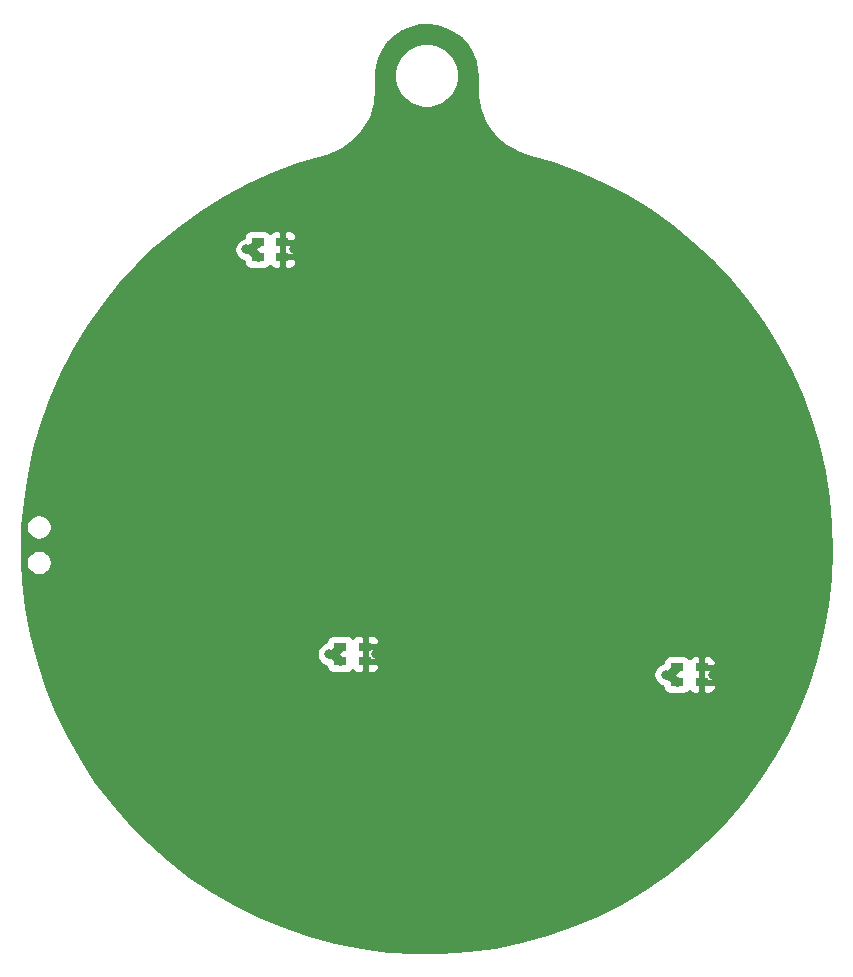
<source format=gbr>
%TF.GenerationSoftware,KiCad,Pcbnew,(5.1.10)-1*%
%TF.CreationDate,2021-10-20T07:51:27+02:00*%
%TF.ProjectId,TVZ_kuglica,54565a5f-6b75-4676-9c69-63612e6b6963,rev?*%
%TF.SameCoordinates,Original*%
%TF.FileFunction,Copper,L1,Top*%
%TF.FilePolarity,Positive*%
%FSLAX46Y46*%
G04 Gerber Fmt 4.6, Leading zero omitted, Abs format (unit mm)*
G04 Created by KiCad (PCBNEW (5.1.10)-1) date 2021-10-20 07:51:27*
%MOMM*%
%LPD*%
G01*
G04 APERTURE LIST*
%TA.AperFunction,SMDPad,CuDef*%
%ADD10R,1.100000X0.750000*%
%TD*%
%TA.AperFunction,ViaPad*%
%ADD11C,0.800000*%
%TD*%
%TA.AperFunction,Conductor*%
%ADD12C,0.762000*%
%TD*%
%TA.AperFunction,Conductor*%
%ADD13C,0.254000*%
%TD*%
%TA.AperFunction,Conductor*%
%ADD14C,0.100000*%
%TD*%
G04 APERTURE END LIST*
D10*
%TO.P,D4,2*%
%TO.N,GND*%
X131800000Y-109625000D03*
%TO.P,D4,1*%
%TO.N,Net-(D4-Pad1)*%
X129700000Y-109625000D03*
%TO.P,D4,2*%
%TO.N,GND*%
X131800000Y-108375000D03*
%TO.P,D4,1*%
%TO.N,Net-(D4-Pad1)*%
X129700000Y-108375000D03*
%TD*%
%TO.P,D8,2*%
%TO.N,GND*%
X160300000Y-111375000D03*
%TO.P,D8,1*%
%TO.N,Net-(D8-Pad1)*%
X158200000Y-111375000D03*
%TO.P,D8,2*%
%TO.N,GND*%
X160300000Y-110125000D03*
%TO.P,D8,1*%
%TO.N,Net-(D8-Pad1)*%
X158200000Y-110125000D03*
%TD*%
%TO.P,D3,1*%
%TO.N,Net-(D3-Pad1)*%
X122700000Y-74125000D03*
%TO.P,D3,2*%
%TO.N,GND*%
X124800000Y-74125000D03*
%TO.P,D3,1*%
%TO.N,Net-(D3-Pad1)*%
X122700000Y-75375000D03*
%TO.P,D3,2*%
%TO.N,GND*%
X124800000Y-75375000D03*
%TD*%
D11*
%TO.N,GND*%
X140000000Y-74000000D03*
X119500000Y-80000000D03*
X106500000Y-87750000D03*
X120000000Y-90000000D03*
X127000000Y-101500000D03*
X146750000Y-104250000D03*
X166250000Y-107000000D03*
X157500000Y-91250000D03*
X151500000Y-115750000D03*
X113250000Y-115000000D03*
X119000000Y-106500000D03*
X121250000Y-125250000D03*
X132750000Y-124750000D03*
X139500000Y-131500000D03*
X153750000Y-125500000D03*
X160750000Y-80250000D03*
X125750000Y-74750000D03*
X132750000Y-109000000D03*
X161250000Y-110750000D03*
%TO.N,Net-(D3-Pad1)*%
X121750000Y-74750000D03*
%TO.N,Net-(D4-Pad1)*%
X128750000Y-109000000D03*
%TO.N,Net-(D8-Pad1)*%
X157250000Y-110750000D03*
%TD*%
D12*
%TO.N,Net-(D3-Pad1)*%
X122075000Y-74750000D02*
X122700000Y-74125000D01*
X122075000Y-74750000D02*
X122700000Y-75375000D01*
X121750000Y-74750000D02*
X122075000Y-74750000D01*
%TO.N,Net-(D4-Pad1)*%
X129075000Y-109000000D02*
X129700000Y-108375000D01*
X129075000Y-109000000D02*
X129700000Y-109625000D01*
X128750000Y-109000000D02*
X129075000Y-109000000D01*
%TO.N,Net-(D8-Pad1)*%
X157575000Y-110750000D02*
X158200000Y-110125000D01*
X157575000Y-110750000D02*
X158200000Y-111375000D01*
X157250000Y-110750000D02*
X157575000Y-110750000D01*
%TD*%
D13*
%TO.N,GND*%
X137886138Y-55831059D02*
X138610388Y-56053867D01*
X139283738Y-56401409D01*
X139884901Y-56862699D01*
X140394872Y-57423149D01*
X140797540Y-58065057D01*
X141080170Y-58768122D01*
X141236190Y-59521513D01*
X141265000Y-60021169D01*
X141265001Y-61306272D01*
X141266298Y-61319440D01*
X141278413Y-61656049D01*
X141278863Y-61659632D01*
X141278707Y-61663242D01*
X141287438Y-61747410D01*
X141429908Y-62624862D01*
X141435629Y-62647269D01*
X141438736Y-62670183D01*
X141462234Y-62751474D01*
X141757835Y-63589830D01*
X141767433Y-63610870D01*
X141774549Y-63632871D01*
X141812059Y-63708691D01*
X141812071Y-63708717D01*
X141812077Y-63708725D01*
X142251461Y-64481476D01*
X142264630Y-64500478D01*
X142275533Y-64520879D01*
X142325894Y-64588881D01*
X142895182Y-65271616D01*
X142911512Y-65287990D01*
X142925851Y-65306132D01*
X142987458Y-65364142D01*
X143668651Y-65935276D01*
X143687625Y-65948502D01*
X143704950Y-65963817D01*
X143775855Y-66010000D01*
X144547423Y-66451478D01*
X144568436Y-66461133D01*
X144588200Y-66473139D01*
X144666163Y-66506036D01*
X145503715Y-66803905D01*
X145508021Y-66805017D01*
X145525587Y-66811299D01*
X145542755Y-66816572D01*
X147746053Y-67464098D01*
X149878711Y-68247813D01*
X151954729Y-69171140D01*
X153965017Y-70230036D01*
X155900673Y-71419812D01*
X157753239Y-72735268D01*
X159514561Y-74170616D01*
X161176886Y-75719540D01*
X162732884Y-77375207D01*
X164175738Y-79130360D01*
X165499106Y-80977290D01*
X166697162Y-82907865D01*
X167764630Y-84913581D01*
X168696830Y-86985643D01*
X169489658Y-89114933D01*
X170139624Y-91292080D01*
X170643873Y-93507517D01*
X171000188Y-95751501D01*
X171207004Y-98014175D01*
X171263407Y-100285560D01*
X171169153Y-102555700D01*
X170924654Y-104814605D01*
X170530986Y-107052337D01*
X169989882Y-109259064D01*
X169303718Y-111425077D01*
X168475512Y-113540851D01*
X167508906Y-115597090D01*
X166408155Y-117584736D01*
X165178083Y-119495080D01*
X163824120Y-121319689D01*
X162352204Y-123050560D01*
X160768823Y-124680064D01*
X159080926Y-126201055D01*
X157295931Y-127606843D01*
X155421695Y-128891239D01*
X153466456Y-130048599D01*
X151438820Y-131073832D01*
X149347702Y-131962428D01*
X147202263Y-132710493D01*
X145011999Y-133314718D01*
X142786467Y-133772464D01*
X140535523Y-134081705D01*
X138269022Y-134241089D01*
X135996953Y-134249911D01*
X133729262Y-134108134D01*
X131475992Y-133816385D01*
X129246983Y-133375938D01*
X127052076Y-132788738D01*
X124900917Y-132057366D01*
X122802939Y-131185029D01*
X120767401Y-130175574D01*
X118803237Y-129033435D01*
X116919085Y-127763634D01*
X115123223Y-126371749D01*
X113423564Y-124863914D01*
X111827572Y-123246751D01*
X110342263Y-121527368D01*
X108974171Y-119713331D01*
X107729304Y-117812605D01*
X106613144Y-115833557D01*
X105630601Y-113784897D01*
X104785986Y-111675609D01*
X104451670Y-110648061D01*
X156215000Y-110648061D01*
X156215000Y-110851939D01*
X156254774Y-111051898D01*
X156332795Y-111240256D01*
X156446063Y-111409774D01*
X156590226Y-111553937D01*
X156759744Y-111667205D01*
X156948102Y-111745226D01*
X157012724Y-111758080D01*
X157024188Y-111874482D01*
X157060498Y-111994180D01*
X157119463Y-112104494D01*
X157198815Y-112201185D01*
X157295506Y-112280537D01*
X157405820Y-112339502D01*
X157525518Y-112375812D01*
X157650000Y-112388072D01*
X158120375Y-112388072D01*
X158199999Y-112395914D01*
X158279623Y-112388072D01*
X158750000Y-112388072D01*
X158874482Y-112375812D01*
X158994180Y-112339502D01*
X159104494Y-112280537D01*
X159201185Y-112201185D01*
X159250000Y-112141704D01*
X159298815Y-112201185D01*
X159395506Y-112280537D01*
X159505820Y-112339502D01*
X159625518Y-112375812D01*
X159750000Y-112388072D01*
X160014250Y-112385000D01*
X160173000Y-112226250D01*
X160173000Y-111502000D01*
X160427000Y-111502000D01*
X160427000Y-112226250D01*
X160585750Y-112385000D01*
X160850000Y-112388072D01*
X160974482Y-112375812D01*
X161094180Y-112339502D01*
X161204494Y-112280537D01*
X161301185Y-112201185D01*
X161380537Y-112104494D01*
X161439502Y-111994180D01*
X161475812Y-111874482D01*
X161488072Y-111750000D01*
X161485000Y-111660750D01*
X161326250Y-111502000D01*
X160427000Y-111502000D01*
X160173000Y-111502000D01*
X160153000Y-111502000D01*
X160153000Y-111248000D01*
X160173000Y-111248000D01*
X160173000Y-110252000D01*
X160427000Y-110252000D01*
X160427000Y-111248000D01*
X161326250Y-111248000D01*
X161485000Y-111089250D01*
X161488072Y-111000000D01*
X161475812Y-110875518D01*
X161439502Y-110755820D01*
X161436391Y-110750000D01*
X161439502Y-110744180D01*
X161475812Y-110624482D01*
X161488072Y-110500000D01*
X161485000Y-110410750D01*
X161326250Y-110252000D01*
X160427000Y-110252000D01*
X160173000Y-110252000D01*
X160153000Y-110252000D01*
X160153000Y-109998000D01*
X160173000Y-109998000D01*
X160173000Y-109273750D01*
X160427000Y-109273750D01*
X160427000Y-109998000D01*
X161326250Y-109998000D01*
X161485000Y-109839250D01*
X161488072Y-109750000D01*
X161475812Y-109625518D01*
X161439502Y-109505820D01*
X161380537Y-109395506D01*
X161301185Y-109298815D01*
X161204494Y-109219463D01*
X161094180Y-109160498D01*
X160974482Y-109124188D01*
X160850000Y-109111928D01*
X160585750Y-109115000D01*
X160427000Y-109273750D01*
X160173000Y-109273750D01*
X160014250Y-109115000D01*
X159750000Y-109111928D01*
X159625518Y-109124188D01*
X159505820Y-109160498D01*
X159395506Y-109219463D01*
X159298815Y-109298815D01*
X159250000Y-109358296D01*
X159201185Y-109298815D01*
X159104494Y-109219463D01*
X158994180Y-109160498D01*
X158874482Y-109124188D01*
X158750000Y-109111928D01*
X158279623Y-109111928D01*
X158199999Y-109104086D01*
X158120375Y-109111928D01*
X157650000Y-109111928D01*
X157525518Y-109124188D01*
X157405820Y-109160498D01*
X157295506Y-109219463D01*
X157198815Y-109298815D01*
X157119463Y-109395506D01*
X157060498Y-109505820D01*
X157024188Y-109625518D01*
X157012724Y-109741920D01*
X156948102Y-109754774D01*
X156759744Y-109832795D01*
X156590226Y-109946063D01*
X156446063Y-110090226D01*
X156332795Y-110259744D01*
X156254774Y-110448102D01*
X156215000Y-110648061D01*
X104451670Y-110648061D01*
X104083026Y-109515005D01*
X103926658Y-108898061D01*
X127715000Y-108898061D01*
X127715000Y-109101939D01*
X127754774Y-109301898D01*
X127832795Y-109490256D01*
X127946063Y-109659774D01*
X128090226Y-109803937D01*
X128259744Y-109917205D01*
X128448102Y-109995226D01*
X128512724Y-110008080D01*
X128524188Y-110124482D01*
X128560498Y-110244180D01*
X128619463Y-110354494D01*
X128698815Y-110451185D01*
X128795506Y-110530537D01*
X128905820Y-110589502D01*
X129025518Y-110625812D01*
X129150000Y-110638072D01*
X129620375Y-110638072D01*
X129699999Y-110645914D01*
X129779623Y-110638072D01*
X130250000Y-110638072D01*
X130374482Y-110625812D01*
X130494180Y-110589502D01*
X130604494Y-110530537D01*
X130701185Y-110451185D01*
X130750000Y-110391704D01*
X130798815Y-110451185D01*
X130895506Y-110530537D01*
X131005820Y-110589502D01*
X131125518Y-110625812D01*
X131250000Y-110638072D01*
X131514250Y-110635000D01*
X131673000Y-110476250D01*
X131673000Y-109752000D01*
X131927000Y-109752000D01*
X131927000Y-110476250D01*
X132085750Y-110635000D01*
X132350000Y-110638072D01*
X132474482Y-110625812D01*
X132594180Y-110589502D01*
X132704494Y-110530537D01*
X132801185Y-110451185D01*
X132880537Y-110354494D01*
X132939502Y-110244180D01*
X132975812Y-110124482D01*
X132988072Y-110000000D01*
X132985000Y-109910750D01*
X132826250Y-109752000D01*
X131927000Y-109752000D01*
X131673000Y-109752000D01*
X131653000Y-109752000D01*
X131653000Y-109498000D01*
X131673000Y-109498000D01*
X131673000Y-108502000D01*
X131927000Y-108502000D01*
X131927000Y-109498000D01*
X132826250Y-109498000D01*
X132985000Y-109339250D01*
X132988072Y-109250000D01*
X132975812Y-109125518D01*
X132939502Y-109005820D01*
X132936391Y-109000000D01*
X132939502Y-108994180D01*
X132975812Y-108874482D01*
X132988072Y-108750000D01*
X132985000Y-108660750D01*
X132826250Y-108502000D01*
X131927000Y-108502000D01*
X131673000Y-108502000D01*
X131653000Y-108502000D01*
X131653000Y-108248000D01*
X131673000Y-108248000D01*
X131673000Y-107523750D01*
X131927000Y-107523750D01*
X131927000Y-108248000D01*
X132826250Y-108248000D01*
X132985000Y-108089250D01*
X132988072Y-108000000D01*
X132975812Y-107875518D01*
X132939502Y-107755820D01*
X132880537Y-107645506D01*
X132801185Y-107548815D01*
X132704494Y-107469463D01*
X132594180Y-107410498D01*
X132474482Y-107374188D01*
X132350000Y-107361928D01*
X132085750Y-107365000D01*
X131927000Y-107523750D01*
X131673000Y-107523750D01*
X131514250Y-107365000D01*
X131250000Y-107361928D01*
X131125518Y-107374188D01*
X131005820Y-107410498D01*
X130895506Y-107469463D01*
X130798815Y-107548815D01*
X130750000Y-107608296D01*
X130701185Y-107548815D01*
X130604494Y-107469463D01*
X130494180Y-107410498D01*
X130374482Y-107374188D01*
X130250000Y-107361928D01*
X129779623Y-107361928D01*
X129699999Y-107354086D01*
X129620375Y-107361928D01*
X129150000Y-107361928D01*
X129025518Y-107374188D01*
X128905820Y-107410498D01*
X128795506Y-107469463D01*
X128698815Y-107548815D01*
X128619463Y-107645506D01*
X128560498Y-107755820D01*
X128524188Y-107875518D01*
X128512724Y-107991920D01*
X128448102Y-108004774D01*
X128259744Y-108082795D01*
X128090226Y-108196063D01*
X127946063Y-108340226D01*
X127832795Y-108509744D01*
X127754774Y-108698102D01*
X127715000Y-108898061D01*
X103926658Y-108898061D01*
X103524797Y-107312547D01*
X103113763Y-105077935D01*
X102851726Y-102820985D01*
X102769006Y-101143137D01*
X103085000Y-101143137D01*
X103085000Y-101356863D01*
X103126696Y-101566483D01*
X103208485Y-101763940D01*
X103327225Y-101941647D01*
X103478353Y-102092775D01*
X103656060Y-102211515D01*
X103853517Y-102293304D01*
X104063137Y-102335000D01*
X104276863Y-102335000D01*
X104486483Y-102293304D01*
X104683940Y-102211515D01*
X104861647Y-102092775D01*
X105012775Y-101941647D01*
X105131515Y-101763940D01*
X105213304Y-101566483D01*
X105255000Y-101356863D01*
X105255000Y-101143137D01*
X105213304Y-100933517D01*
X105131515Y-100736060D01*
X105012775Y-100558353D01*
X104861647Y-100407225D01*
X104683940Y-100288485D01*
X104486483Y-100206696D01*
X104276863Y-100165000D01*
X104063137Y-100165000D01*
X103853517Y-100206696D01*
X103656060Y-100288485D01*
X103478353Y-100407225D01*
X103327225Y-100558353D01*
X103208485Y-100736060D01*
X103126696Y-100933517D01*
X103085000Y-101143137D01*
X102769006Y-101143137D01*
X102739845Y-100551658D01*
X102778607Y-98279882D01*
X102790035Y-98143137D01*
X103085000Y-98143137D01*
X103085000Y-98356863D01*
X103126696Y-98566483D01*
X103208485Y-98763940D01*
X103327225Y-98941647D01*
X103478353Y-99092775D01*
X103656060Y-99211515D01*
X103853517Y-99293304D01*
X104063137Y-99335000D01*
X104276863Y-99335000D01*
X104486483Y-99293304D01*
X104683940Y-99211515D01*
X104861647Y-99092775D01*
X105012775Y-98941647D01*
X105131515Y-98763940D01*
X105213304Y-98566483D01*
X105255000Y-98356863D01*
X105255000Y-98143137D01*
X105213304Y-97933517D01*
X105131515Y-97736060D01*
X105012775Y-97558353D01*
X104861647Y-97407225D01*
X104683940Y-97288485D01*
X104486483Y-97206696D01*
X104276863Y-97165000D01*
X104063137Y-97165000D01*
X103853517Y-97206696D01*
X103656060Y-97288485D01*
X103478353Y-97407225D01*
X103327225Y-97558353D01*
X103208485Y-97736060D01*
X103126696Y-97933517D01*
X103085000Y-98143137D01*
X102790035Y-98143137D01*
X102967842Y-96015687D01*
X103306719Y-93768999D01*
X103793749Y-91549706D01*
X104426782Y-89367594D01*
X105203052Y-87232203D01*
X106119133Y-85152960D01*
X107170992Y-83139015D01*
X108354015Y-81199200D01*
X109663000Y-79342048D01*
X111092189Y-77575730D01*
X112635284Y-75908027D01*
X113966613Y-74648061D01*
X120715000Y-74648061D01*
X120715000Y-74851939D01*
X120754774Y-75051898D01*
X120832795Y-75240256D01*
X120946063Y-75409774D01*
X121090226Y-75553937D01*
X121259744Y-75667205D01*
X121448102Y-75745226D01*
X121512724Y-75758080D01*
X121524188Y-75874482D01*
X121560498Y-75994180D01*
X121619463Y-76104494D01*
X121698815Y-76201185D01*
X121795506Y-76280537D01*
X121905820Y-76339502D01*
X122025518Y-76375812D01*
X122150000Y-76388072D01*
X122620375Y-76388072D01*
X122699999Y-76395914D01*
X122779623Y-76388072D01*
X123250000Y-76388072D01*
X123374482Y-76375812D01*
X123494180Y-76339502D01*
X123604494Y-76280537D01*
X123701185Y-76201185D01*
X123750000Y-76141704D01*
X123798815Y-76201185D01*
X123895506Y-76280537D01*
X124005820Y-76339502D01*
X124125518Y-76375812D01*
X124250000Y-76388072D01*
X124514250Y-76385000D01*
X124673000Y-76226250D01*
X124673000Y-75502000D01*
X124927000Y-75502000D01*
X124927000Y-76226250D01*
X125085750Y-76385000D01*
X125350000Y-76388072D01*
X125474482Y-76375812D01*
X125594180Y-76339502D01*
X125704494Y-76280537D01*
X125801185Y-76201185D01*
X125880537Y-76104494D01*
X125939502Y-75994180D01*
X125975812Y-75874482D01*
X125988072Y-75750000D01*
X125985000Y-75660750D01*
X125826250Y-75502000D01*
X124927000Y-75502000D01*
X124673000Y-75502000D01*
X124653000Y-75502000D01*
X124653000Y-75248000D01*
X124673000Y-75248000D01*
X124673000Y-74252000D01*
X124927000Y-74252000D01*
X124927000Y-75248000D01*
X125826250Y-75248000D01*
X125985000Y-75089250D01*
X125988072Y-75000000D01*
X125975812Y-74875518D01*
X125939502Y-74755820D01*
X125936391Y-74750000D01*
X125939502Y-74744180D01*
X125975812Y-74624482D01*
X125988072Y-74500000D01*
X125985000Y-74410750D01*
X125826250Y-74252000D01*
X124927000Y-74252000D01*
X124673000Y-74252000D01*
X124653000Y-74252000D01*
X124653000Y-73998000D01*
X124673000Y-73998000D01*
X124673000Y-73273750D01*
X124927000Y-73273750D01*
X124927000Y-73998000D01*
X125826250Y-73998000D01*
X125985000Y-73839250D01*
X125988072Y-73750000D01*
X125975812Y-73625518D01*
X125939502Y-73505820D01*
X125880537Y-73395506D01*
X125801185Y-73298815D01*
X125704494Y-73219463D01*
X125594180Y-73160498D01*
X125474482Y-73124188D01*
X125350000Y-73111928D01*
X125085750Y-73115000D01*
X124927000Y-73273750D01*
X124673000Y-73273750D01*
X124514250Y-73115000D01*
X124250000Y-73111928D01*
X124125518Y-73124188D01*
X124005820Y-73160498D01*
X123895506Y-73219463D01*
X123798815Y-73298815D01*
X123750000Y-73358296D01*
X123701185Y-73298815D01*
X123604494Y-73219463D01*
X123494180Y-73160498D01*
X123374482Y-73124188D01*
X123250000Y-73111928D01*
X122779623Y-73111928D01*
X122699999Y-73104086D01*
X122620375Y-73111928D01*
X122150000Y-73111928D01*
X122025518Y-73124188D01*
X121905820Y-73160498D01*
X121795506Y-73219463D01*
X121698815Y-73298815D01*
X121619463Y-73395506D01*
X121560498Y-73505820D01*
X121524188Y-73625518D01*
X121512724Y-73741920D01*
X121448102Y-73754774D01*
X121259744Y-73832795D01*
X121090226Y-73946063D01*
X120946063Y-74090226D01*
X120832795Y-74259744D01*
X120754774Y-74448102D01*
X120715000Y-74648061D01*
X113966613Y-74648061D01*
X114285522Y-74346247D01*
X116035631Y-72897273D01*
X117877934Y-71567463D01*
X119804304Y-70362683D01*
X121806298Y-69288211D01*
X123875077Y-68348792D01*
X126001593Y-67548534D01*
X128186747Y-66887862D01*
X128436510Y-66822338D01*
X128452528Y-66817563D01*
X128459226Y-66815987D01*
X128804024Y-66713600D01*
X128807380Y-66712269D01*
X128810916Y-66711517D01*
X128890228Y-66682021D01*
X129704199Y-66324712D01*
X129724464Y-66313571D01*
X129745874Y-66304834D01*
X129818696Y-66261767D01*
X129818710Y-66261759D01*
X129818715Y-66261755D01*
X130556543Y-65765956D01*
X130574511Y-65751406D01*
X130594041Y-65739012D01*
X130658097Y-65683720D01*
X131296470Y-65065093D01*
X131311582Y-65047586D01*
X131328603Y-65031934D01*
X131381840Y-64966192D01*
X131381856Y-64966173D01*
X131381861Y-64966165D01*
X131900590Y-64244277D01*
X131912363Y-64224370D01*
X131926343Y-64205952D01*
X131967109Y-64131800D01*
X132349809Y-63329453D01*
X132357869Y-63307780D01*
X132368369Y-63287173D01*
X132395359Y-63206974D01*
X132629927Y-62349538D01*
X132634022Y-62326778D01*
X132640706Y-62304640D01*
X132653067Y-62220928D01*
X132731782Y-61338949D01*
X132735000Y-61306272D01*
X132735000Y-60032731D01*
X132762021Y-59729963D01*
X134258266Y-59729963D01*
X134258266Y-60270037D01*
X134363629Y-60799734D01*
X134570307Y-61298698D01*
X134870356Y-61747753D01*
X135252247Y-62129644D01*
X135701302Y-62429693D01*
X136200266Y-62636371D01*
X136729963Y-62741734D01*
X137270037Y-62741734D01*
X137799734Y-62636371D01*
X138298698Y-62429693D01*
X138747753Y-62129644D01*
X139129644Y-61747753D01*
X139429693Y-61298698D01*
X139636371Y-60799734D01*
X139741734Y-60270037D01*
X139741734Y-59729963D01*
X139636371Y-59200266D01*
X139429693Y-58701302D01*
X139129644Y-58252247D01*
X138747753Y-57870356D01*
X138298698Y-57570307D01*
X137799734Y-57363629D01*
X137270037Y-57258266D01*
X136729963Y-57258266D01*
X136200266Y-57363629D01*
X135701302Y-57570307D01*
X135252247Y-57870356D01*
X134870356Y-58252247D01*
X134570307Y-58701302D01*
X134363629Y-59200266D01*
X134258266Y-59729963D01*
X132762021Y-59729963D01*
X132805281Y-59245253D01*
X133005231Y-58514357D01*
X133331450Y-57830425D01*
X133773626Y-57215072D01*
X134317789Y-56687741D01*
X134946726Y-56265114D01*
X135640570Y-55960537D01*
X136377386Y-55783643D01*
X137133871Y-55740024D01*
X137886138Y-55831059D01*
%TA.AperFunction,Conductor*%
D14*
G36*
X137886138Y-55831059D02*
G01*
X138610388Y-56053867D01*
X139283738Y-56401409D01*
X139884901Y-56862699D01*
X140394872Y-57423149D01*
X140797540Y-58065057D01*
X141080170Y-58768122D01*
X141236190Y-59521513D01*
X141265000Y-60021169D01*
X141265001Y-61306272D01*
X141266298Y-61319440D01*
X141278413Y-61656049D01*
X141278863Y-61659632D01*
X141278707Y-61663242D01*
X141287438Y-61747410D01*
X141429908Y-62624862D01*
X141435629Y-62647269D01*
X141438736Y-62670183D01*
X141462234Y-62751474D01*
X141757835Y-63589830D01*
X141767433Y-63610870D01*
X141774549Y-63632871D01*
X141812059Y-63708691D01*
X141812071Y-63708717D01*
X141812077Y-63708725D01*
X142251461Y-64481476D01*
X142264630Y-64500478D01*
X142275533Y-64520879D01*
X142325894Y-64588881D01*
X142895182Y-65271616D01*
X142911512Y-65287990D01*
X142925851Y-65306132D01*
X142987458Y-65364142D01*
X143668651Y-65935276D01*
X143687625Y-65948502D01*
X143704950Y-65963817D01*
X143775855Y-66010000D01*
X144547423Y-66451478D01*
X144568436Y-66461133D01*
X144588200Y-66473139D01*
X144666163Y-66506036D01*
X145503715Y-66803905D01*
X145508021Y-66805017D01*
X145525587Y-66811299D01*
X145542755Y-66816572D01*
X147746053Y-67464098D01*
X149878711Y-68247813D01*
X151954729Y-69171140D01*
X153965017Y-70230036D01*
X155900673Y-71419812D01*
X157753239Y-72735268D01*
X159514561Y-74170616D01*
X161176886Y-75719540D01*
X162732884Y-77375207D01*
X164175738Y-79130360D01*
X165499106Y-80977290D01*
X166697162Y-82907865D01*
X167764630Y-84913581D01*
X168696830Y-86985643D01*
X169489658Y-89114933D01*
X170139624Y-91292080D01*
X170643873Y-93507517D01*
X171000188Y-95751501D01*
X171207004Y-98014175D01*
X171263407Y-100285560D01*
X171169153Y-102555700D01*
X170924654Y-104814605D01*
X170530986Y-107052337D01*
X169989882Y-109259064D01*
X169303718Y-111425077D01*
X168475512Y-113540851D01*
X167508906Y-115597090D01*
X166408155Y-117584736D01*
X165178083Y-119495080D01*
X163824120Y-121319689D01*
X162352204Y-123050560D01*
X160768823Y-124680064D01*
X159080926Y-126201055D01*
X157295931Y-127606843D01*
X155421695Y-128891239D01*
X153466456Y-130048599D01*
X151438820Y-131073832D01*
X149347702Y-131962428D01*
X147202263Y-132710493D01*
X145011999Y-133314718D01*
X142786467Y-133772464D01*
X140535523Y-134081705D01*
X138269022Y-134241089D01*
X135996953Y-134249911D01*
X133729262Y-134108134D01*
X131475992Y-133816385D01*
X129246983Y-133375938D01*
X127052076Y-132788738D01*
X124900917Y-132057366D01*
X122802939Y-131185029D01*
X120767401Y-130175574D01*
X118803237Y-129033435D01*
X116919085Y-127763634D01*
X115123223Y-126371749D01*
X113423564Y-124863914D01*
X111827572Y-123246751D01*
X110342263Y-121527368D01*
X108974171Y-119713331D01*
X107729304Y-117812605D01*
X106613144Y-115833557D01*
X105630601Y-113784897D01*
X104785986Y-111675609D01*
X104451670Y-110648061D01*
X156215000Y-110648061D01*
X156215000Y-110851939D01*
X156254774Y-111051898D01*
X156332795Y-111240256D01*
X156446063Y-111409774D01*
X156590226Y-111553937D01*
X156759744Y-111667205D01*
X156948102Y-111745226D01*
X157012724Y-111758080D01*
X157024188Y-111874482D01*
X157060498Y-111994180D01*
X157119463Y-112104494D01*
X157198815Y-112201185D01*
X157295506Y-112280537D01*
X157405820Y-112339502D01*
X157525518Y-112375812D01*
X157650000Y-112388072D01*
X158120375Y-112388072D01*
X158199999Y-112395914D01*
X158279623Y-112388072D01*
X158750000Y-112388072D01*
X158874482Y-112375812D01*
X158994180Y-112339502D01*
X159104494Y-112280537D01*
X159201185Y-112201185D01*
X159250000Y-112141704D01*
X159298815Y-112201185D01*
X159395506Y-112280537D01*
X159505820Y-112339502D01*
X159625518Y-112375812D01*
X159750000Y-112388072D01*
X160014250Y-112385000D01*
X160173000Y-112226250D01*
X160173000Y-111502000D01*
X160427000Y-111502000D01*
X160427000Y-112226250D01*
X160585750Y-112385000D01*
X160850000Y-112388072D01*
X160974482Y-112375812D01*
X161094180Y-112339502D01*
X161204494Y-112280537D01*
X161301185Y-112201185D01*
X161380537Y-112104494D01*
X161439502Y-111994180D01*
X161475812Y-111874482D01*
X161488072Y-111750000D01*
X161485000Y-111660750D01*
X161326250Y-111502000D01*
X160427000Y-111502000D01*
X160173000Y-111502000D01*
X160153000Y-111502000D01*
X160153000Y-111248000D01*
X160173000Y-111248000D01*
X160173000Y-110252000D01*
X160427000Y-110252000D01*
X160427000Y-111248000D01*
X161326250Y-111248000D01*
X161485000Y-111089250D01*
X161488072Y-111000000D01*
X161475812Y-110875518D01*
X161439502Y-110755820D01*
X161436391Y-110750000D01*
X161439502Y-110744180D01*
X161475812Y-110624482D01*
X161488072Y-110500000D01*
X161485000Y-110410750D01*
X161326250Y-110252000D01*
X160427000Y-110252000D01*
X160173000Y-110252000D01*
X160153000Y-110252000D01*
X160153000Y-109998000D01*
X160173000Y-109998000D01*
X160173000Y-109273750D01*
X160427000Y-109273750D01*
X160427000Y-109998000D01*
X161326250Y-109998000D01*
X161485000Y-109839250D01*
X161488072Y-109750000D01*
X161475812Y-109625518D01*
X161439502Y-109505820D01*
X161380537Y-109395506D01*
X161301185Y-109298815D01*
X161204494Y-109219463D01*
X161094180Y-109160498D01*
X160974482Y-109124188D01*
X160850000Y-109111928D01*
X160585750Y-109115000D01*
X160427000Y-109273750D01*
X160173000Y-109273750D01*
X160014250Y-109115000D01*
X159750000Y-109111928D01*
X159625518Y-109124188D01*
X159505820Y-109160498D01*
X159395506Y-109219463D01*
X159298815Y-109298815D01*
X159250000Y-109358296D01*
X159201185Y-109298815D01*
X159104494Y-109219463D01*
X158994180Y-109160498D01*
X158874482Y-109124188D01*
X158750000Y-109111928D01*
X158279623Y-109111928D01*
X158199999Y-109104086D01*
X158120375Y-109111928D01*
X157650000Y-109111928D01*
X157525518Y-109124188D01*
X157405820Y-109160498D01*
X157295506Y-109219463D01*
X157198815Y-109298815D01*
X157119463Y-109395506D01*
X157060498Y-109505820D01*
X157024188Y-109625518D01*
X157012724Y-109741920D01*
X156948102Y-109754774D01*
X156759744Y-109832795D01*
X156590226Y-109946063D01*
X156446063Y-110090226D01*
X156332795Y-110259744D01*
X156254774Y-110448102D01*
X156215000Y-110648061D01*
X104451670Y-110648061D01*
X104083026Y-109515005D01*
X103926658Y-108898061D01*
X127715000Y-108898061D01*
X127715000Y-109101939D01*
X127754774Y-109301898D01*
X127832795Y-109490256D01*
X127946063Y-109659774D01*
X128090226Y-109803937D01*
X128259744Y-109917205D01*
X128448102Y-109995226D01*
X128512724Y-110008080D01*
X128524188Y-110124482D01*
X128560498Y-110244180D01*
X128619463Y-110354494D01*
X128698815Y-110451185D01*
X128795506Y-110530537D01*
X128905820Y-110589502D01*
X129025518Y-110625812D01*
X129150000Y-110638072D01*
X129620375Y-110638072D01*
X129699999Y-110645914D01*
X129779623Y-110638072D01*
X130250000Y-110638072D01*
X130374482Y-110625812D01*
X130494180Y-110589502D01*
X130604494Y-110530537D01*
X130701185Y-110451185D01*
X130750000Y-110391704D01*
X130798815Y-110451185D01*
X130895506Y-110530537D01*
X131005820Y-110589502D01*
X131125518Y-110625812D01*
X131250000Y-110638072D01*
X131514250Y-110635000D01*
X131673000Y-110476250D01*
X131673000Y-109752000D01*
X131927000Y-109752000D01*
X131927000Y-110476250D01*
X132085750Y-110635000D01*
X132350000Y-110638072D01*
X132474482Y-110625812D01*
X132594180Y-110589502D01*
X132704494Y-110530537D01*
X132801185Y-110451185D01*
X132880537Y-110354494D01*
X132939502Y-110244180D01*
X132975812Y-110124482D01*
X132988072Y-110000000D01*
X132985000Y-109910750D01*
X132826250Y-109752000D01*
X131927000Y-109752000D01*
X131673000Y-109752000D01*
X131653000Y-109752000D01*
X131653000Y-109498000D01*
X131673000Y-109498000D01*
X131673000Y-108502000D01*
X131927000Y-108502000D01*
X131927000Y-109498000D01*
X132826250Y-109498000D01*
X132985000Y-109339250D01*
X132988072Y-109250000D01*
X132975812Y-109125518D01*
X132939502Y-109005820D01*
X132936391Y-109000000D01*
X132939502Y-108994180D01*
X132975812Y-108874482D01*
X132988072Y-108750000D01*
X132985000Y-108660750D01*
X132826250Y-108502000D01*
X131927000Y-108502000D01*
X131673000Y-108502000D01*
X131653000Y-108502000D01*
X131653000Y-108248000D01*
X131673000Y-108248000D01*
X131673000Y-107523750D01*
X131927000Y-107523750D01*
X131927000Y-108248000D01*
X132826250Y-108248000D01*
X132985000Y-108089250D01*
X132988072Y-108000000D01*
X132975812Y-107875518D01*
X132939502Y-107755820D01*
X132880537Y-107645506D01*
X132801185Y-107548815D01*
X132704494Y-107469463D01*
X132594180Y-107410498D01*
X132474482Y-107374188D01*
X132350000Y-107361928D01*
X132085750Y-107365000D01*
X131927000Y-107523750D01*
X131673000Y-107523750D01*
X131514250Y-107365000D01*
X131250000Y-107361928D01*
X131125518Y-107374188D01*
X131005820Y-107410498D01*
X130895506Y-107469463D01*
X130798815Y-107548815D01*
X130750000Y-107608296D01*
X130701185Y-107548815D01*
X130604494Y-107469463D01*
X130494180Y-107410498D01*
X130374482Y-107374188D01*
X130250000Y-107361928D01*
X129779623Y-107361928D01*
X129699999Y-107354086D01*
X129620375Y-107361928D01*
X129150000Y-107361928D01*
X129025518Y-107374188D01*
X128905820Y-107410498D01*
X128795506Y-107469463D01*
X128698815Y-107548815D01*
X128619463Y-107645506D01*
X128560498Y-107755820D01*
X128524188Y-107875518D01*
X128512724Y-107991920D01*
X128448102Y-108004774D01*
X128259744Y-108082795D01*
X128090226Y-108196063D01*
X127946063Y-108340226D01*
X127832795Y-108509744D01*
X127754774Y-108698102D01*
X127715000Y-108898061D01*
X103926658Y-108898061D01*
X103524797Y-107312547D01*
X103113763Y-105077935D01*
X102851726Y-102820985D01*
X102769006Y-101143137D01*
X103085000Y-101143137D01*
X103085000Y-101356863D01*
X103126696Y-101566483D01*
X103208485Y-101763940D01*
X103327225Y-101941647D01*
X103478353Y-102092775D01*
X103656060Y-102211515D01*
X103853517Y-102293304D01*
X104063137Y-102335000D01*
X104276863Y-102335000D01*
X104486483Y-102293304D01*
X104683940Y-102211515D01*
X104861647Y-102092775D01*
X105012775Y-101941647D01*
X105131515Y-101763940D01*
X105213304Y-101566483D01*
X105255000Y-101356863D01*
X105255000Y-101143137D01*
X105213304Y-100933517D01*
X105131515Y-100736060D01*
X105012775Y-100558353D01*
X104861647Y-100407225D01*
X104683940Y-100288485D01*
X104486483Y-100206696D01*
X104276863Y-100165000D01*
X104063137Y-100165000D01*
X103853517Y-100206696D01*
X103656060Y-100288485D01*
X103478353Y-100407225D01*
X103327225Y-100558353D01*
X103208485Y-100736060D01*
X103126696Y-100933517D01*
X103085000Y-101143137D01*
X102769006Y-101143137D01*
X102739845Y-100551658D01*
X102778607Y-98279882D01*
X102790035Y-98143137D01*
X103085000Y-98143137D01*
X103085000Y-98356863D01*
X103126696Y-98566483D01*
X103208485Y-98763940D01*
X103327225Y-98941647D01*
X103478353Y-99092775D01*
X103656060Y-99211515D01*
X103853517Y-99293304D01*
X104063137Y-99335000D01*
X104276863Y-99335000D01*
X104486483Y-99293304D01*
X104683940Y-99211515D01*
X104861647Y-99092775D01*
X105012775Y-98941647D01*
X105131515Y-98763940D01*
X105213304Y-98566483D01*
X105255000Y-98356863D01*
X105255000Y-98143137D01*
X105213304Y-97933517D01*
X105131515Y-97736060D01*
X105012775Y-97558353D01*
X104861647Y-97407225D01*
X104683940Y-97288485D01*
X104486483Y-97206696D01*
X104276863Y-97165000D01*
X104063137Y-97165000D01*
X103853517Y-97206696D01*
X103656060Y-97288485D01*
X103478353Y-97407225D01*
X103327225Y-97558353D01*
X103208485Y-97736060D01*
X103126696Y-97933517D01*
X103085000Y-98143137D01*
X102790035Y-98143137D01*
X102967842Y-96015687D01*
X103306719Y-93768999D01*
X103793749Y-91549706D01*
X104426782Y-89367594D01*
X105203052Y-87232203D01*
X106119133Y-85152960D01*
X107170992Y-83139015D01*
X108354015Y-81199200D01*
X109663000Y-79342048D01*
X111092189Y-77575730D01*
X112635284Y-75908027D01*
X113966613Y-74648061D01*
X120715000Y-74648061D01*
X120715000Y-74851939D01*
X120754774Y-75051898D01*
X120832795Y-75240256D01*
X120946063Y-75409774D01*
X121090226Y-75553937D01*
X121259744Y-75667205D01*
X121448102Y-75745226D01*
X121512724Y-75758080D01*
X121524188Y-75874482D01*
X121560498Y-75994180D01*
X121619463Y-76104494D01*
X121698815Y-76201185D01*
X121795506Y-76280537D01*
X121905820Y-76339502D01*
X122025518Y-76375812D01*
X122150000Y-76388072D01*
X122620375Y-76388072D01*
X122699999Y-76395914D01*
X122779623Y-76388072D01*
X123250000Y-76388072D01*
X123374482Y-76375812D01*
X123494180Y-76339502D01*
X123604494Y-76280537D01*
X123701185Y-76201185D01*
X123750000Y-76141704D01*
X123798815Y-76201185D01*
X123895506Y-76280537D01*
X124005820Y-76339502D01*
X124125518Y-76375812D01*
X124250000Y-76388072D01*
X124514250Y-76385000D01*
X124673000Y-76226250D01*
X124673000Y-75502000D01*
X124927000Y-75502000D01*
X124927000Y-76226250D01*
X125085750Y-76385000D01*
X125350000Y-76388072D01*
X125474482Y-76375812D01*
X125594180Y-76339502D01*
X125704494Y-76280537D01*
X125801185Y-76201185D01*
X125880537Y-76104494D01*
X125939502Y-75994180D01*
X125975812Y-75874482D01*
X125988072Y-75750000D01*
X125985000Y-75660750D01*
X125826250Y-75502000D01*
X124927000Y-75502000D01*
X124673000Y-75502000D01*
X124653000Y-75502000D01*
X124653000Y-75248000D01*
X124673000Y-75248000D01*
X124673000Y-74252000D01*
X124927000Y-74252000D01*
X124927000Y-75248000D01*
X125826250Y-75248000D01*
X125985000Y-75089250D01*
X125988072Y-75000000D01*
X125975812Y-74875518D01*
X125939502Y-74755820D01*
X125936391Y-74750000D01*
X125939502Y-74744180D01*
X125975812Y-74624482D01*
X125988072Y-74500000D01*
X125985000Y-74410750D01*
X125826250Y-74252000D01*
X124927000Y-74252000D01*
X124673000Y-74252000D01*
X124653000Y-74252000D01*
X124653000Y-73998000D01*
X124673000Y-73998000D01*
X124673000Y-73273750D01*
X124927000Y-73273750D01*
X124927000Y-73998000D01*
X125826250Y-73998000D01*
X125985000Y-73839250D01*
X125988072Y-73750000D01*
X125975812Y-73625518D01*
X125939502Y-73505820D01*
X125880537Y-73395506D01*
X125801185Y-73298815D01*
X125704494Y-73219463D01*
X125594180Y-73160498D01*
X125474482Y-73124188D01*
X125350000Y-73111928D01*
X125085750Y-73115000D01*
X124927000Y-73273750D01*
X124673000Y-73273750D01*
X124514250Y-73115000D01*
X124250000Y-73111928D01*
X124125518Y-73124188D01*
X124005820Y-73160498D01*
X123895506Y-73219463D01*
X123798815Y-73298815D01*
X123750000Y-73358296D01*
X123701185Y-73298815D01*
X123604494Y-73219463D01*
X123494180Y-73160498D01*
X123374482Y-73124188D01*
X123250000Y-73111928D01*
X122779623Y-73111928D01*
X122699999Y-73104086D01*
X122620375Y-73111928D01*
X122150000Y-73111928D01*
X122025518Y-73124188D01*
X121905820Y-73160498D01*
X121795506Y-73219463D01*
X121698815Y-73298815D01*
X121619463Y-73395506D01*
X121560498Y-73505820D01*
X121524188Y-73625518D01*
X121512724Y-73741920D01*
X121448102Y-73754774D01*
X121259744Y-73832795D01*
X121090226Y-73946063D01*
X120946063Y-74090226D01*
X120832795Y-74259744D01*
X120754774Y-74448102D01*
X120715000Y-74648061D01*
X113966613Y-74648061D01*
X114285522Y-74346247D01*
X116035631Y-72897273D01*
X117877934Y-71567463D01*
X119804304Y-70362683D01*
X121806298Y-69288211D01*
X123875077Y-68348792D01*
X126001593Y-67548534D01*
X128186747Y-66887862D01*
X128436510Y-66822338D01*
X128452528Y-66817563D01*
X128459226Y-66815987D01*
X128804024Y-66713600D01*
X128807380Y-66712269D01*
X128810916Y-66711517D01*
X128890228Y-66682021D01*
X129704199Y-66324712D01*
X129724464Y-66313571D01*
X129745874Y-66304834D01*
X129818696Y-66261767D01*
X129818710Y-66261759D01*
X129818715Y-66261755D01*
X130556543Y-65765956D01*
X130574511Y-65751406D01*
X130594041Y-65739012D01*
X130658097Y-65683720D01*
X131296470Y-65065093D01*
X131311582Y-65047586D01*
X131328603Y-65031934D01*
X131381840Y-64966192D01*
X131381856Y-64966173D01*
X131381861Y-64966165D01*
X131900590Y-64244277D01*
X131912363Y-64224370D01*
X131926343Y-64205952D01*
X131967109Y-64131800D01*
X132349809Y-63329453D01*
X132357869Y-63307780D01*
X132368369Y-63287173D01*
X132395359Y-63206974D01*
X132629927Y-62349538D01*
X132634022Y-62326778D01*
X132640706Y-62304640D01*
X132653067Y-62220928D01*
X132731782Y-61338949D01*
X132735000Y-61306272D01*
X132735000Y-60032731D01*
X132762021Y-59729963D01*
X134258266Y-59729963D01*
X134258266Y-60270037D01*
X134363629Y-60799734D01*
X134570307Y-61298698D01*
X134870356Y-61747753D01*
X135252247Y-62129644D01*
X135701302Y-62429693D01*
X136200266Y-62636371D01*
X136729963Y-62741734D01*
X137270037Y-62741734D01*
X137799734Y-62636371D01*
X138298698Y-62429693D01*
X138747753Y-62129644D01*
X139129644Y-61747753D01*
X139429693Y-61298698D01*
X139636371Y-60799734D01*
X139741734Y-60270037D01*
X139741734Y-59729963D01*
X139636371Y-59200266D01*
X139429693Y-58701302D01*
X139129644Y-58252247D01*
X138747753Y-57870356D01*
X138298698Y-57570307D01*
X137799734Y-57363629D01*
X137270037Y-57258266D01*
X136729963Y-57258266D01*
X136200266Y-57363629D01*
X135701302Y-57570307D01*
X135252247Y-57870356D01*
X134870356Y-58252247D01*
X134570307Y-58701302D01*
X134363629Y-59200266D01*
X134258266Y-59729963D01*
X132762021Y-59729963D01*
X132805281Y-59245253D01*
X133005231Y-58514357D01*
X133331450Y-57830425D01*
X133773626Y-57215072D01*
X134317789Y-56687741D01*
X134946726Y-56265114D01*
X135640570Y-55960537D01*
X136377386Y-55783643D01*
X137133871Y-55740024D01*
X137886138Y-55831059D01*
G37*
%TD.AperFunction*%
%TD*%
M02*

</source>
